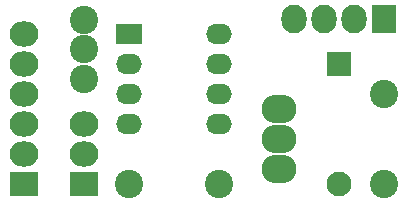
<source format=gbs>
G04 #@! TF.FileFunction,Soldermask,Bot*
%FSLAX46Y46*%
G04 Gerber Fmt 4.6, Leading zero omitted, Abs format (unit mm)*
G04 Created by KiCad (PCBNEW 4.0.2+dfsg1-stable) date dim. 06 août 2017 22:37:32 CEST*
%MOMM*%
G01*
G04 APERTURE LIST*
%ADD10C,0.100000*%
%ADD11C,2.099260*%
%ADD12R,2.099260X2.099260*%
%ADD13R,2.178000X1.700000*%
%ADD14O,2.178000X1.700000*%
%ADD15R,2.432000X2.127200*%
%ADD16O,2.432000X2.127200*%
%ADD17R,2.127200X2.432000*%
%ADD18O,2.127200X2.432000*%
%ADD19O,2.940000X2.432000*%
%ADD20C,2.398980*%
%ADD21C,2.400000*%
G04 APERTURE END LIST*
D10*
D11*
X161292540Y-114300520D03*
D12*
X161292540Y-104140520D03*
D13*
X143510000Y-101600000D03*
D14*
X143510000Y-104140000D03*
X143510000Y-106680000D03*
X143510000Y-109220000D03*
X151130000Y-109220000D03*
X151130000Y-106680000D03*
X151130000Y-104140000D03*
X151130000Y-101600000D03*
D15*
X139700000Y-114300000D03*
D16*
X139700000Y-111760000D03*
X139700000Y-109220000D03*
D17*
X165100000Y-100330000D03*
D18*
X162560000Y-100330000D03*
X160020000Y-100330000D03*
X157480000Y-100330000D03*
D15*
X134620000Y-114300000D03*
D16*
X134620000Y-111760000D03*
X134620000Y-109220000D03*
X134620000Y-106680000D03*
X134620000Y-104140000D03*
X134620000Y-101600000D03*
D19*
X156210000Y-110490000D03*
X156210000Y-113030000D03*
X156210000Y-107950000D03*
D20*
X151130000Y-114300000D03*
X143510000Y-114300000D03*
X165100000Y-114300000D03*
X165100000Y-106680000D03*
D21*
X139700000Y-105410000D03*
X139700000Y-102910000D03*
X139700000Y-100410000D03*
M02*

</source>
